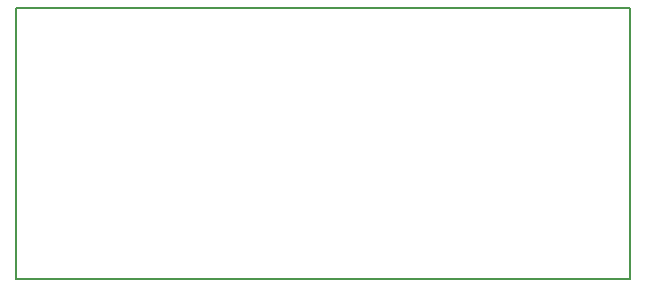
<source format=gko>
%TF.GenerationSoftware,KiCad,Pcbnew,4.0.7*%
%TF.CreationDate,2017-11-16T18:48:11+08:00*%
%TF.ProjectId,STM32F401CCT6,53544D333246343031434354362E6B69,rev?*%
%TF.FileFunction,Profile,NP*%
%FSLAX46Y46*%
G04 Gerber Fmt 4.6, Leading zero omitted, Abs format (unit mm)*
G04 Created by KiCad (PCBNEW 4.0.7) date 11/16/17 18:48:11*
%MOMM*%
%LPD*%
G01*
G04 APERTURE LIST*
%ADD10C,0.100000*%
%ADD11C,0.150000*%
G04 APERTURE END LIST*
D10*
D11*
X0Y0D02*
X0Y-23000000D01*
X52000000Y-23000000D02*
X0Y-23000000D01*
X52000000Y0D02*
X52000000Y-23000000D01*
X0Y0D02*
X52000000Y0D01*
M02*

</source>
